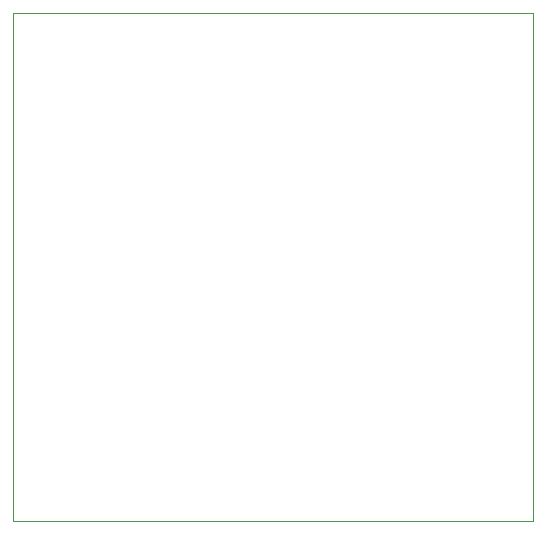
<source format=gbr>
%TF.GenerationSoftware,KiCad,Pcbnew,9.0.4*%
%TF.CreationDate,2025-09-16T08:38:51+02:00*%
%TF.ProjectId,Kimera_E22,4b696d65-7261-45f4-9532-322e6b696361,rev?*%
%TF.SameCoordinates,Original*%
%TF.FileFunction,Profile,NP*%
%FSLAX46Y46*%
G04 Gerber Fmt 4.6, Leading zero omitted, Abs format (unit mm)*
G04 Created by KiCad (PCBNEW 9.0.4) date 2025-09-16 08:38:51*
%MOMM*%
%LPD*%
G01*
G04 APERTURE LIST*
%TA.AperFunction,Profile*%
%ADD10C,0.050000*%
%TD*%
G04 APERTURE END LIST*
D10*
X102500000Y-58000000D02*
X146500000Y-58000000D01*
X146500000Y-101000000D01*
X102500000Y-101000000D01*
X102500000Y-58000000D01*
M02*

</source>
